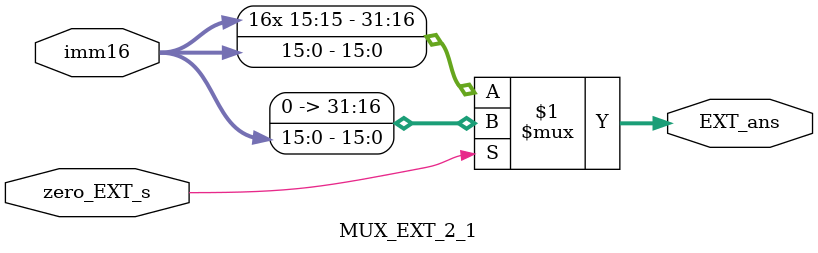
<source format=v>
`timescale 1ns / 1ps
module MUX_EXT_2_1(
    input [15:0] imm16,
    input zero_EXT_s,
    output [31:0] EXT_ans
    );
	assign EXT_ans=(zero_EXT_s)?{16'h0000,imm16}
												  :{{16{imm16[15]}},imm16};

endmodule

</source>
